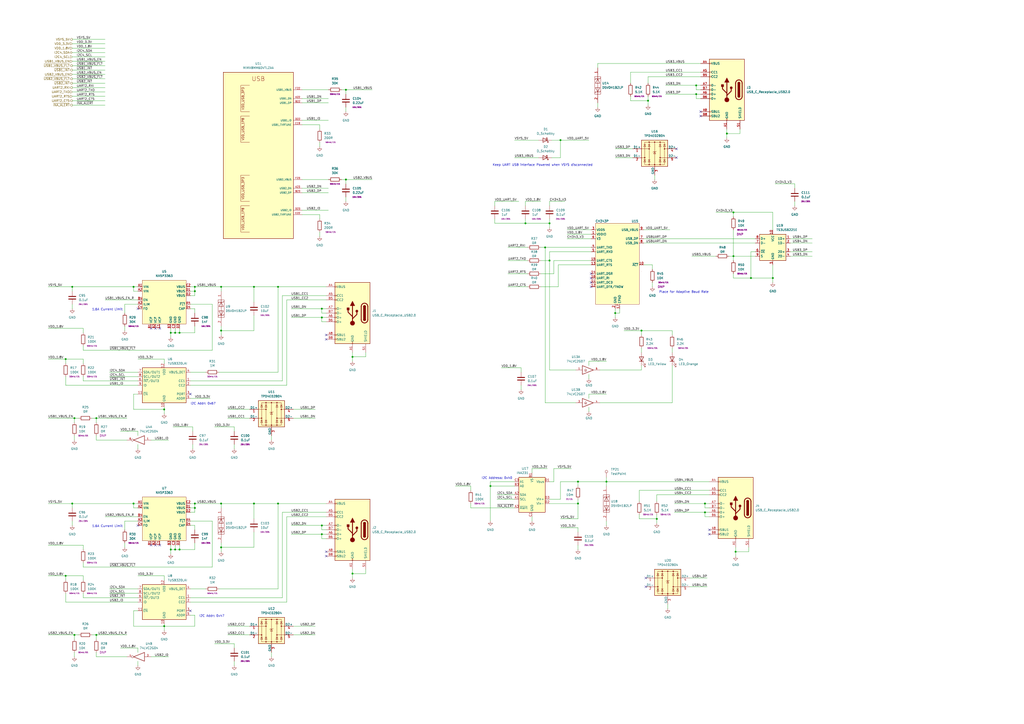
<source format=kicad_sch>
(kicad_sch (version 20211123) (generator eeschema)
  (paper "A2")
  (title_block (title "QSBC") (rev "1") (company "Q-LAB"))
  (junction (at 204.47 332.74))
  (junction (at 335.28 292.1))
  (junction (at 284.48 281.94))
  (junction (at 128.27 166.37))
  (junction (at 186.69 179.07))
  (junction (at 408.94 292.1))
  (junction (at 55.88 242.57))
  (junction (at 77.47 292.1))
  (junction (at 95.25 363.22))
  (junction (at 147.32 292.1))
  (junction (at 325.12 81.28))
  (junction (at 351.79 279.4))
  (junction (at 99.06 193.04))
  (junction (at 421.64 77.47))
  (junction (at 43.18 242.57))
  (junction (at 186.69 309.88))
  (junction (at 38.1 334.01))
  (junction (at 204.47 207.01))
  (junction (at 335.28 279.4))
  (junction (at 101.6 318.77))
  (junction (at 425.45 123.19))
  (junction (at 200.66 104.14))
  (junction (at 104.14 318.77))
  (junction (at 128.27 292.1))
  (junction (at 55.88 368.3))
  (junction (at 128.27 191.77))
  (junction (at 95.25 237.49))
  (junction (at 186.69 184.15))
  (junction (at 104.14 193.04))
  (junction (at 426.72 320.04))
  (junction (at 318.77 129.54))
  (junction (at 41.91 292.1))
  (junction (at 403.86 54.61))
  (junction (at 375.92 58.42))
  (junction (at 381 300.99))
  (junction (at 101.6 193.04))
  (junction (at 38.1 208.28))
  (junction (at 99.06 318.77))
  (junction (at 403.86 49.53))
  (junction (at 304.8 129.54))
  (junction (at 113.03 166.37))
  (junction (at 147.32 166.37))
  (junction (at 435.61 161.29))
  (junction (at 425.45 148.59))
  (junction (at 186.69 304.8))
  (junction (at 43.18 368.3))
  (junction (at 372.11 191.77))
  (junction (at 113.03 168.91))
  (junction (at 408.94 297.18))
  (junction (at 41.91 166.37))
  (junction (at 161.29 292.1))
  (junction (at 128.27 317.5))
  (junction (at 448.31 161.29))
  (junction (at 318.77 151.13))
  (junction (at 200.66 52.07))
  (junction (at 77.47 166.37))
  (junction (at 113.03 292.1))
  (junction (at 356.87 181.61))
  (junction (at 316.23 143.51))
  (junction (at 113.03 294.64))
  (junction (at 161.29 166.37))
  (no_connect (at 406.4 64.77))
  (no_connect (at 406.4 67.31))
  (no_connect (at 80.01 179.07))
  (no_connect (at 189.23 194.31))
  (no_connect (at 411.48 309.88))
  (no_connect (at 90.17 316.23))
  (no_connect (at 87.63 316.23))
  (no_connect (at 92.71 316.23))
  (no_connect (at 80.01 304.8))
  (no_connect (at 87.63 190.5))
  (no_connect (at 189.23 196.85))
  (no_connect (at 90.17 190.5))
  (no_connect (at 342.9 163.83))
  (no_connect (at 342.9 158.75))
  (no_connect (at 342.9 161.29))
  (no_connect (at 392.43 91.44))
  (no_connect (at 392.43 86.36))
  (no_connect (at 374.65 340.36))
  (no_connect (at 189.23 320.04))
  (no_connect (at 189.23 322.58))
  (no_connect (at 374.65 335.28))
  (no_connect (at 411.48 307.34))
  (no_connect (at 92.71 190.5))
  (no_connect (at 110.49 228.6))
  (no_connect (at 342.9 166.37))
  (no_connect (at 110.49 354.33))
  (wire (pts (xy 318.77 292.1) (xy 335.28 292.1)))
  (wire (pts (xy 341.63 209.55) (xy 341.63 212.09)))
  (wire (pts (xy 294.64 166.37) (xy 306.07 166.37)))
  (wire (pts (xy 41.91 35.56) (xy 60.96 35.56)))
  (wire (pts (xy 198.12 52.07) (xy 200.66 52.07)))
  (wire (pts (xy 370.84 290.83) (xy 370.84 284.48)))
  (wire (pts (xy 426.72 320.04) (xy 434.34 320.04)))
  (wire (pts (xy 367.03 91.44) (xy 356.87 91.44)))
  (wire (pts (xy 99.06 318.77) (xy 99.06 321.31)))
  (wire (pts (xy 128.27 166.37) (xy 128.27 168.91)))
  (wire (pts (xy 204.47 207.01) (xy 212.09 207.01)))
  (wire (pts (xy 186.69 304.8) (xy 186.69 307.34)))
  (wire (pts (xy 170.18 242.57) (xy 182.88 242.57)))
  (wire (pts (xy 318.77 151.13) (xy 313.69 151.13)))
  (wire (pts (xy 43.18 368.3) (xy 43.18 370.84)))
  (wire (pts (xy 41.91 55.88) (xy 60.96 55.88)))
  (wire (pts (xy 313.69 158.75) (xy 321.31 158.75)))
  (wire (pts (xy 157.48 378.46) (xy 157.48 381)))
  (wire (pts (xy 341.63 217.17) (xy 341.63 219.71)))
  (wire (pts (xy 198.12 104.14) (xy 200.66 104.14)))
  (wire (pts (xy 175.26 69.85) (xy 190.5 69.85)))
  (wire (pts (xy 41.91 33.02) (xy 60.96 33.02)))
  (wire (pts (xy 110.49 215.9) (xy 119.38 215.9)))
  (wire (pts (xy 189.23 181.61) (xy 186.69 181.61)))
  (wire (pts (xy 321.31 279.4) (xy 318.77 279.4)))
  (wire (pts (xy 389.89 233.68) (xy 389.89 212.09)))
  (wire (pts (xy 401.32 148.59) (xy 415.29 148.59)))
  (wire (pts (xy 328.93 133.35) (xy 342.9 133.35)))
  (wire (pts (xy 41.91 60.96) (xy 60.96 60.96)))
  (wire (pts (xy 63.5 218.44) (xy 80.01 218.44)))
  (wire (pts (xy 27.94 208.28) (xy 38.1 208.28)))
  (wire (pts (xy 341.63 236.22) (xy 341.63 238.76)))
  (wire (pts (xy 95.25 363.22) (xy 113.03 363.22)))
  (wire (pts (xy 325.12 81.28) (xy 325.12 91.44)))
  (wire (pts (xy 80.01 257.81) (xy 80.01 260.35)))
  (wire (pts (xy 341.63 228.6) (xy 341.63 231.14)))
  (wire (pts (xy 204.47 332.74) (xy 204.47 335.28)))
  (wire (pts (xy 27.94 334.01) (xy 38.1 334.01)))
  (wire (pts (xy 425.45 158.75) (xy 425.45 161.29)))
  (wire (pts (xy 264.16 281.94) (xy 273.05 281.94)))
  (wire (pts (xy 415.29 123.19) (xy 425.45 123.19)))
  (wire (pts (xy 200.66 104.14) (xy 215.9 104.14)))
  (wire (pts (xy 186.69 179.07) (xy 189.23 179.07)))
  (wire (pts (xy 69.85 375.92) (xy 80.01 375.92)))
  (wire (pts (xy 132.08 368.3) (xy 144.78 368.3)))
  (wire (pts (xy 63.5 344.17) (xy 80.01 344.17)))
  (wire (pts (xy 365.76 58.42) (xy 375.92 58.42)))
  (wire (pts (xy 373.38 133.35) (xy 388.62 133.35)))
  (wire (pts (xy 60.96 299.72) (xy 80.01 299.72)))
  (wire (pts (xy 335.28 306.07) (xy 335.28 308.61)))
  (wire (pts (xy 41.91 176.53) (xy 41.91 179.07)))
  (wire (pts (xy 318.77 214.63) (xy 318.77 151.13)))
  (wire (pts (xy 389.89 201.93) (xy 389.89 204.47)))
  (wire (pts (xy 111.76 247.65) (xy 111.76 250.19)))
  (wire (pts (xy 370.84 300.99) (xy 381 300.99)))
  (wire (pts (xy 43.18 378.46) (xy 43.18 381)))
  (wire (pts (xy 320.04 81.28) (xy 325.12 81.28)))
  (wire (pts (xy 189.23 309.88) (xy 186.69 309.88)))
  (wire (pts (xy 361.95 191.77) (xy 372.11 191.77)))
  (wire (pts (xy 298.45 91.44) (xy 312.42 91.44)))
  (wire (pts (xy 304.8 127) (xy 304.8 129.54)))
  (wire (pts (xy 101.6 193.04) (xy 104.14 193.04)))
  (wire (pts (xy 351.79 302.26) (xy 351.79 304.8)))
  (wire (pts (xy 38.1 223.52) (xy 80.01 223.52)))
  (wire (pts (xy 189.23 312.42) (xy 186.69 312.42)))
  (wire (pts (xy 318.77 127) (xy 318.77 129.54)))
  (wire (pts (xy 63.5 341.63) (xy 80.01 341.63)))
  (wire (pts (xy 147.32 317.5) (xy 128.27 317.5)))
  (wire (pts (xy 381 298.45) (xy 381 300.99)))
  (wire (pts (xy 422.91 148.59) (xy 425.45 148.59)))
  (wire (pts (xy 321.31 271.78) (xy 321.31 279.4)))
  (wire (pts (xy 458.47 140.97) (xy 471.17 140.97)))
  (wire (pts (xy 351.79 276.86) (xy 351.79 279.4)))
  (wire (pts (xy 166.37 173.99) (xy 166.37 223.52)))
  (wire (pts (xy 132.08 363.22) (xy 144.78 363.22)))
  (wire (pts (xy 175.26 72.39) (xy 185.42 72.39)))
  (wire (pts (xy 41.91 48.26) (xy 60.96 48.26)))
  (wire (pts (xy 175.26 59.69) (xy 190.5 59.69)))
  (wire (pts (xy 189.23 184.15) (xy 186.69 184.15)))
  (wire (pts (xy 408.94 292.1) (xy 411.48 292.1)))
  (wire (pts (xy 55.88 255.27) (xy 73.66 255.27)))
  (wire (pts (xy 124.46 247.65) (xy 135.89 247.65)))
  (wire (pts (xy 421.64 77.47) (xy 429.26 77.47)))
  (wire (pts (xy 387.35 350.52) (xy 387.35 353.06)))
  (wire (pts (xy 80.01 334.01) (xy 95.25 334.01)))
  (wire (pts (xy 147.32 292.1) (xy 161.29 292.1)))
  (wire (pts (xy 147.32 292.1) (xy 147.32 300.99)))
  (wire (pts (xy 100.33 247.65) (xy 111.76 247.65)))
  (wire (pts (xy 55.88 368.3) (xy 53.34 368.3)))
  (wire (pts (xy 43.18 252.73) (xy 43.18 255.27)))
  (wire (pts (xy 200.66 104.14) (xy 200.66 106.68)))
  (wire (pts (xy 328.93 138.43) (xy 342.9 138.43)))
  (wire (pts (xy 294.64 158.75) (xy 306.07 158.75)))
  (wire (pts (xy 87.63 255.27) (xy 97.79 255.27)))
  (wire (pts (xy 77.47 292.1) (xy 80.01 292.1)))
  (wire (pts (xy 113.03 166.37) (xy 128.27 166.37)))
  (wire (pts (xy 313.69 143.51) (xy 316.23 143.51)))
  (wire (pts (xy 458.47 138.43) (xy 471.17 138.43)))
  (wire (pts (xy 110.49 302.26) (xy 123.19 302.26)))
  (wire (pts (xy 110.49 349.25) (xy 166.37 349.25)))
  (wire (pts (xy 41.91 27.94) (xy 60.96 27.94)))
  (wire (pts (xy 325.12 289.56) (xy 325.12 279.4)))
  (wire (pts (xy 113.03 297.18) (xy 113.03 294.64)))
  (wire (pts (xy 186.69 184.15) (xy 186.69 186.69)))
  (wire (pts (xy 95.25 208.28) (xy 95.25 210.82)))
  (wire (pts (xy 38.1 334.01) (xy 38.1 336.55)))
  (wire (pts (xy 41.91 22.86) (xy 60.96 22.86)))
  (wire (pts (xy 389.89 191.77) (xy 389.89 194.31)))
  (wire (pts (xy 166.37 299.72) (xy 166.37 349.25)))
  (wire (pts (xy 316.23 143.51) (xy 316.23 233.68)))
  (wire (pts (xy 400.05 335.28) (xy 410.21 335.28)))
  (wire (pts (xy 406.4 52.07) (xy 403.86 52.07)))
  (wire (pts (xy 161.29 166.37) (xy 161.29 215.9)))
  (wire (pts (xy 55.88 378.46) (xy 55.88 381)))
  (wire (pts (xy 77.47 292.1) (xy 77.47 294.64)))
  (wire (pts (xy 147.32 166.37) (xy 161.29 166.37)))
  (wire (pts (xy 95.25 236.22) (xy 95.25 237.49)))
  (wire (pts (xy 458.47 146.05) (xy 471.17 146.05)))
  (wire (pts (xy 287.02 116.84) (xy 300.99 116.84)))
  (wire (pts (xy 55.88 252.73) (xy 55.88 255.27)))
  (wire (pts (xy 38.1 208.28) (xy 38.1 210.82)))
  (wire (pts (xy 287.02 116.84) (xy 287.02 119.38)))
  (wire (pts (xy 316.23 143.51) (xy 342.9 143.51)))
  (wire (pts (xy 378.46 156.21) (xy 378.46 153.67)))
  (wire (pts (xy 189.23 297.18) (xy 163.83 297.18)))
  (wire (pts (xy 41.91 53.34) (xy 60.96 53.34)))
  (wire (pts (xy 308.61 271.78) (xy 308.61 274.32)))
  (wire (pts (xy 95.25 237.49) (xy 95.25 240.03)))
  (wire (pts (xy 204.47 332.74) (xy 212.09 332.74)))
  (wire (pts (xy 304.8 129.54) (xy 318.77 129.54)))
  (wire (pts (xy 72.39 176.53) (xy 80.01 176.53)))
  (wire (pts (xy 60.96 173.99) (xy 80.01 173.99)))
  (wire (pts (xy 298.45 279.4) (xy 284.48 279.4)))
  (wire (pts (xy 77.47 354.33) (xy 80.01 354.33)))
  (wire (pts (xy 41.91 166.37) (xy 77.47 166.37)))
  (wire (pts (xy 77.47 228.6) (xy 80.01 228.6)))
  (wire (pts (xy 365.76 48.26) (xy 365.76 41.91)))
  (wire (pts (xy 351.79 228.6) (xy 341.63 228.6)))
  (wire (pts (xy 356.87 179.07) (xy 356.87 181.61)))
  (wire (pts (xy 48.26 220.98) (xy 80.01 220.98)))
  (wire (pts (xy 318.77 146.05) (xy 318.77 151.13)))
  (wire (pts (xy 448.31 133.35) (xy 448.31 123.19)))
  (wire (pts (xy 175.26 111.76) (xy 190.5 111.76)))
  (wire (pts (xy 308.61 299.72) (xy 308.61 302.26)))
  (wire (pts (xy 321.31 158.75) (xy 321.31 151.13)))
  (wire (pts (xy 403.86 49.53) (xy 406.4 49.53)))
  (wire (pts (xy 200.66 52.07) (xy 215.9 52.07)))
  (wire (pts (xy 381 290.83) (xy 381 287.02)))
  (wire (pts (xy 27.94 190.5) (xy 48.26 190.5)))
  (wire (pts (xy 135.89 247.65) (xy 135.89 250.19)))
  (wire (pts (xy 391.16 292.1) (xy 408.94 292.1)))
  (wire (pts (xy 351.79 209.55) (xy 341.63 209.55)))
  (wire (pts (xy 331.47 271.78) (xy 321.31 271.78)))
  (wire (pts (xy 95.25 363.22) (xy 95.25 365.76)))
  (wire (pts (xy 386.08 54.61) (xy 403.86 54.61)))
  (wire (pts (xy 41.91 38.1) (xy 60.96 38.1)))
  (wire (pts (xy 426.72 320.04) (xy 426.72 322.58)))
  (wire (pts (xy 41.91 45.72) (xy 60.96 45.72)))
  (wire (pts (xy 161.29 292.1) (xy 161.29 341.63)))
  (wire (pts (xy 425.45 133.35) (xy 425.45 148.59)))
  (wire (pts (xy 41.91 58.42) (xy 60.96 58.42)))
  (wire (pts (xy 284.48 279.4) (xy 284.48 281.94)))
  (wire (pts (xy 48.26 346.71) (xy 80.01 346.71)))
  (wire (pts (xy 356.87 181.61) (xy 356.87 184.15)))
  (wire (pts (xy 313.69 116.84) (xy 304.8 116.84)))
  (wire (pts (xy 113.03 193.04) (xy 104.14 193.04)))
  (wire (pts (xy 273.05 281.94) (xy 273.05 284.48)))
  (wire (pts (xy 77.47 363.22) (xy 77.47 354.33)))
  (wire (pts (xy 99.06 190.5) (xy 99.06 193.04)))
  (wire (pts (xy 80.01 168.91) (xy 77.47 168.91)))
  (wire (pts (xy 375.92 55.88) (xy 375.92 58.42)))
  (wire (pts (xy 168.91 184.15) (xy 186.69 184.15)))
  (wire (pts (xy 406.4 54.61) (xy 403.86 54.61)))
  (wire (pts (xy 327.66 116.84) (xy 318.77 116.84)))
  (wire (pts (xy 325.12 300.99) (xy 335.28 300.99)))
  (wire (pts (xy 323.85 153.67) (xy 323.85 166.37)))
  (wire (pts (xy 55.88 381) (xy 73.66 381)))
  (wire (pts (xy 27.94 292.1) (xy 41.91 292.1)))
  (wire (pts (xy 273.05 292.1) (xy 273.05 294.64)))
  (wire (pts (xy 356.87 181.61) (xy 359.41 181.61)))
  (wire (pts (xy 334.01 214.63) (xy 318.77 214.63)))
  (wire (pts (xy 175.26 57.15) (xy 190.5 57.15)))
  (wire (pts (xy 27.94 242.57) (xy 43.18 242.57)))
  (wire (pts (xy 335.28 279.4) (xy 335.28 281.94)))
  (wire (pts (xy 335.28 292.1) (xy 335.28 300.99)))
  (wire (pts (xy 127 341.63) (xy 161.29 341.63)))
  (wire (pts (xy 185.42 127) (xy 185.42 124.46)))
  (wire (pts (xy 72.39 314.96) (xy 72.39 317.5)))
  (wire (pts (xy 335.28 279.4) (xy 351.79 279.4)))
  (wire (pts (xy 175.26 52.07) (xy 190.5 52.07)))
  (wire (pts (xy 426.72 317.5) (xy 426.72 320.04)))
  (wire (pts (xy 110.49 168.91) (xy 113.03 168.91)))
  (wire (pts (xy 48.26 328.93) (xy 48.26 326.39)))
  (wire (pts (xy 113.03 292.1) (xy 128.27 292.1)))
  (wire (pts (xy 48.26 190.5) (xy 48.26 193.04)))
  (wire (pts (xy 104.14 193.04) (xy 104.14 190.5)))
  (wire (pts (xy 161.29 166.37) (xy 189.23 166.37)))
  (wire (pts (xy 110.49 166.37) (xy 113.03 166.37)))
  (wire (pts (xy 110.49 179.07) (xy 113.03 179.07)))
  (wire (pts (xy 185.42 134.62) (xy 185.42 137.16)))
  (wire (pts (xy 288.29 287.02) (xy 298.45 287.02)))
  (wire (pts (xy 373.38 140.97) (xy 438.15 140.97)))
  (wire (pts (xy 38.1 218.44) (xy 38.1 223.52)))
  (wire (pts (xy 325.12 81.28) (xy 341.63 81.28)))
  (wire (pts (xy 438.15 146.05) (xy 435.61 146.05)))
  (wire (pts (xy 318.77 129.54) (xy 318.77 132.08)))
  (wire (pts (xy 48.26 208.28) (xy 48.26 210.82)))
  (wire (pts (xy 391.16 297.18) (xy 408.94 297.18)))
  (wire (pts (xy 128.27 191.77) (xy 128.27 194.31)))
  (wire (pts (xy 128.27 292.1) (xy 147.32 292.1)))
  (wire (pts (xy 294.64 143.51) (xy 306.07 143.51)))
  (wire (pts (xy 80.01 294.64) (xy 77.47 294.64)))
  (wire (pts (xy 425.45 123.19) (xy 448.31 123.19)))
  (wire (pts (xy 421.64 77.47) (xy 421.64 80.01)))
  (wire (pts (xy 147.32 191.77) (xy 128.27 191.77)))
  (wire (pts (xy 38.1 208.28) (xy 48.26 208.28)))
  (wire (pts (xy 55.88 242.57) (xy 53.34 242.57)))
  (wire (pts (xy 351.79 279.4) (xy 411.48 279.4)))
  (wire (pts (xy 135.89 373.38) (xy 135.89 375.92)))
  (wire (pts (xy 386.08 49.53) (xy 403.86 49.53)))
  (wire (pts (xy 200.66 114.3) (xy 200.66 116.84)))
  (wire (pts (xy 212.09 330.2) (xy 212.09 332.74)))
  (wire (pts (xy 113.03 314.96) (xy 113.03 318.77)))
  (wire (pts (xy 161.29 292.1) (xy 189.23 292.1)))
  (wire (pts (xy 449.58 106.68) (xy 461.01 106.68)))
  (wire (pts (xy 127 215.9) (xy 161.29 215.9)))
  (wire (pts (xy 425.45 148.59) (xy 425.45 151.13)))
  (wire (pts (xy 204.47 207.01) (xy 204.47 209.55)))
  (wire (pts (xy 128.27 292.1) (xy 128.27 294.64)))
  (wire (pts (xy 273.05 294.64) (xy 298.45 294.64)))
  (wire (pts (xy 41.91 292.1) (xy 41.91 294.64)))
  (wire (pts (xy 168.91 179.07) (xy 186.69 179.07)))
  (wire (pts (xy 132.08 237.49) (xy 144.78 237.49)))
  (wire (pts (xy 189.23 299.72) (xy 166.37 299.72)))
  (wire (pts (xy 461.01 106.68) (xy 461.01 109.22)))
  (wire (pts (xy 170.18 363.22) (xy 182.88 363.22)))
  (wire (pts (xy 204.47 204.47) (xy 204.47 207.01)))
  (wire (pts (xy 294.64 151.13) (xy 306.07 151.13)))
  (wire (pts (xy 185.42 82.55) (xy 185.42 85.09)))
  (wire (pts (xy 55.88 370.84) (xy 55.88 368.3)))
  (wire (pts (xy 77.47 166.37) (xy 80.01 166.37)))
  (wire (pts (xy 48.26 316.23) (xy 48.26 318.77)))
  (wire (pts (xy 458.47 148.59) (xy 471.17 148.59)))
  (wire (pts (xy 365.76 55.88) (xy 365.76 58.42)))
  (wire (pts (xy 189.23 171.45) (xy 163.83 171.45)))
  (wire (pts (xy 290.83 213.36) (xy 302.26 213.36)))
  (wire (pts (xy 212.09 204.47) (xy 212.09 207.01)))
  (wire (pts (xy 69.85 250.19) (xy 80.01 250.19)))
  (wire (pts (xy 372.11 191.77) (xy 389.89 191.77)))
  (wire (pts (xy 372.11 191.77) (xy 372.11 194.31)))
  (wire (pts (xy 186.69 304.8) (xy 189.23 304.8)))
  (wire (pts (xy 124.46 373.38) (xy 135.89 373.38)))
  (wire (pts (xy 408.94 292.1) (xy 408.94 294.64)))
  (wire (pts (xy 128.27 189.23) (xy 128.27 191.77)))
  (wire (pts (xy 320.04 91.44) (xy 325.12 91.44)))
  (wire (pts (xy 448.31 153.67) (xy 448.31 161.29)))
  (wire (pts (xy 342.9 146.05) (xy 318.77 146.05)))
  (wire (pts (xy 375.92 48.26) (xy 375.92 44.45)))
  (wire (pts (xy 110.49 346.71) (xy 163.83 346.71)))
  (wire (pts (xy 113.03 356.87) (xy 110.49 356.87)))
  (wire (pts (xy 378.46 153.67) (xy 373.38 153.67)))
  (wire (pts (xy 111.76 257.81) (xy 111.76 260.35)))
  (wire (pts (xy 128.27 317.5) (xy 128.27 320.04)))
  (wire (pts (xy 41.91 166.37) (xy 41.91 168.91)))
  (wire (pts (xy 41.91 302.26) (xy 41.91 304.8)))
  (wire (pts (xy 99.06 316.23) (xy 99.06 318.77)))
  (wire (pts (xy 317.5 271.78) (xy 308.61 271.78)))
  (wire (pts (xy 99.06 193.04) (xy 99.06 195.58)))
  (wire (pts (xy 321.31 151.13) (xy 342.9 151.13)))
  (wire (pts (xy 38.1 334.01) (xy 48.26 334.01)))
  (wire (pts (xy 284.48 281.94) (xy 298.45 281.94)))
  (wire (pts (xy 48.26 344.17) (xy 48.26 346.71)))
  (wire (pts (xy 110.49 220.98) (xy 163.83 220.98)))
  (wire (pts (xy 80.01 383.54) (xy 80.01 386.08)))
  (wire (pts (xy 351.79 279.4) (xy 351.79 281.94)))
  (wire (pts (xy 434.34 317.5) (xy 434.34 320.04)))
  (wire (pts (xy 101.6 190.5) (xy 101.6 193.04)))
  (wire (pts (xy 335.28 316.23) (xy 335.28 318.77)))
  (wire (pts (xy 55.88 368.3) (xy 73.66 368.3)))
  (wire (pts (xy 38.1 349.25) (xy 80.01 349.25)))
  (wire (pts (xy 328.93 135.89) (xy 342.9 135.89)))
  (wire (pts (xy 72.39 181.61) (xy 72.39 176.53)))
  (wire (pts (xy 381 300.99) (xy 381 303.53)))
  (wire (pts (xy 113.03 318.77) (xy 104.14 318.77)))
  (wire (pts (xy 128.27 166.37) (xy 147.32 166.37)))
  (wire (pts (xy 27.94 368.3) (xy 43.18 368.3)))
  (wire (pts (xy 113.03 189.23) (xy 113.03 193.04)))
  (wire (pts (xy 411.48 297.18) (xy 408.94 297.18)))
  (wire (pts (xy 425.45 123.19) (xy 425.45 125.73)))
  (wire (pts (xy 448.31 161.29) (xy 448.31 163.83)))
  (wire (pts (xy 365.76 41.91) (xy 406.4 41.91)))
  (wire (pts (xy 378.46 163.83) (xy 378.46 166.37)))
  (wire (pts (xy 110.49 176.53) (xy 123.19 176.53)))
  (wire (pts (xy 186.69 309.88) (xy 186.69 312.42)))
  (wire (pts (xy 189.23 173.99) (xy 166.37 173.99)))
  (wire (pts (xy 372.11 214.63) (xy 372.11 212.09)))
  (wire (pts (xy 406.4 57.15) (xy 403.86 57.15)))
  (wire (pts (xy 113.03 171.45) (xy 113.03 168.91)))
  (wire (pts (xy 41.91 292.1) (xy 77.47 292.1)))
  (wire (pts (xy 113.03 179.07) (xy 113.03 181.61)))
  (wire (pts (xy 48.26 328.93) (xy 123.19 328.93)))
  (wire (pts (xy 200.66 62.23) (xy 200.66 64.77)))
  (wire (pts (xy 113.03 292.1) (xy 113.03 294.64)))
  (wire (pts (xy 435.61 146.05) (xy 435.61 161.29)))
  (wire (pts (xy 43.18 368.3) (xy 45.72 368.3)))
  (wire (pts (xy 175.26 104.14) (xy 190.5 104.14)))
  (wire (pts (xy 99.06 318.77) (xy 101.6 318.77)))
  (wire (pts (xy 375.92 58.42) (xy 375.92 60.96)))
  (wire (pts (xy 123.19 302.26) (xy 123.19 328.93)))
  (wire (pts (xy 287.02 129.54) (xy 304.8 129.54)))
  (wire (pts (xy 27.94 316.23) (xy 48.26 316.23)))
  (wire (pts (xy 325.12 306.07) (xy 335.28 306.07)))
  (wire (pts (xy 200.66 52.07) (xy 200.66 54.61)))
  (wire (pts (xy 80.01 375.92) (xy 80.01 378.46)))
  (wire (pts (xy 175.26 109.22) (xy 190.5 109.22)))
  (wire (pts (xy 185.42 74.93) (xy 185.42 72.39)))
  (wire (pts (xy 41.91 50.8) (xy 60.96 50.8)))
  (wire (pts (xy 113.03 363.22) (xy 113.03 356.87)))
  (wire (pts (xy 55.88 242.57) (xy 73.66 242.57)))
  (wire (pts (xy 110.49 171.45) (xy 113.03 171.45)))
  (wire (pts (xy 41.91 25.4) (xy 60.96 25.4)))
  (wire (pts (xy 411.48 294.64) (xy 408.94 294.64)))
  (wire (pts (xy 175.26 121.92) (xy 190.5 121.92)))
  (wire (pts (xy 110.49 304.8) (xy 113.03 304.8)))
  (wire (pts (xy 43.18 242.57) (xy 43.18 245.11)))
  (wire (pts (xy 101.6 316.23) (xy 101.6 318.77)))
  (wire (pts (xy 170.18 237.49) (xy 182.88 237.49)))
  (wire (pts (xy 48.26 218.44) (xy 48.26 220.98)))
  (wire (pts (xy 135.89 383.54) (xy 135.89 386.08)))
  (wire (pts (xy 346.71 36.83) (xy 346.71 39.37)))
  (wire (pts (xy 95.25 361.95) (xy 95.25 363.22)))
  (wire (pts (xy 375.92 44.45) (xy 406.4 44.45)))
  (wire (pts (xy 168.91 304.8) (xy 186.69 304.8)))
  (wire (pts (xy 43.18 242.57) (xy 45.72 242.57)))
  (wire (pts (xy 123.19 176.53) (xy 123.19 203.2)))
  (wire (pts (xy 147.32 182.88) (xy 147.32 191.77)))
  (wire (pts (xy 411.48 299.72) (xy 408.94 299.72)))
  (wire (pts (xy 186.69 179.07) (xy 186.69 181.61)))
  (wire (pts (xy 72.39 307.34) (xy 72.39 302.26)))
  (wire (pts (xy 147.32 308.61) (xy 147.32 317.5)))
  (wire (pts (xy 359.41 179.07) (xy 359.41 181.61)))
  (wire (pts (xy 175.26 124.46) (xy 185.42 124.46)))
  (wire (pts (xy 373.38 138.43) (xy 438.15 138.43)))
  (wire (pts (xy 318.77 289.56) (xy 325.12 289.56)))
  (wire (pts (xy 287.02 127) (xy 287.02 129.54)))
  (wire (pts (xy 342.9 153.67) (xy 323.85 153.67)))
  (wire (pts (xy 323.85 166.37) (xy 313.69 166.37)))
  (wire (pts (xy 110.49 223.52) (xy 166.37 223.52)))
  (wire (pts (xy 302.26 213.36) (xy 302.26 215.9)))
  (wire (pts (xy 132.08 242.57) (xy 144.78 242.57)))
  (wire (pts (xy 170.18 368.3) (xy 182.88 368.3)))
  (wire (pts (xy 461.01 116.84) (xy 461.01 119.38)))
  (wire (pts (xy 63.5 215.9) (xy 80.01 215.9)))
  (wire (pts (xy 48.26 203.2) (xy 123.19 203.2)))
  (wire (pts (xy 135.89 257.81) (xy 135.89 260.35)))
  (wire (pts (xy 27.94 166.37) (xy 41.91 166.37)))
  (wire (pts (xy 284.48 302.26) (xy 284.48 281.94)))
  (wire (pts (xy 101.6 318.77) (xy 104.14 318.77)))
  (wire (pts (xy 110.49 231.14) (xy 121.92 231.14)))
  (wire (pts (xy 72.39 189.23) (xy 72.39 191.77)))
  (wire (pts (xy 80.01 250.19) (xy 80.01 252.73)))
  (wire (pts (xy 41.91 30.48) (xy 60.96 30.48)))
  (wire (pts (xy 168.91 309.88) (xy 186.69 309.88)))
  (wire (pts (xy 403.86 49.53) (xy 403.86 52.07)))
  (wire (pts (xy 41.91 43.18) (xy 60.96 43.18)))
  (wire (pts (xy 325.12 279.4) (xy 335.28 279.4)))
  (wire (pts (xy 429.26 74.93) (xy 429.26 77.47)))
  (wire (pts (xy 77.47 237.49) (xy 77.47 228.6)))
  (wire (pts (xy 316.23 233.68) (xy 334.01 233.68)))
  (wire (pts (xy 318.77 116.84) (xy 318.77 119.38)))
  (wire (pts (xy 55.88 245.11) (xy 55.88 242.57)))
  (wire (pts (xy 95.25 237.49) (xy 77.47 237.49)))
  (wire (pts (xy 346.71 59.69) (xy 346.71 62.23)))
  (wire (pts (xy 335.28 289.56) (xy 335.28 292.1)))
  (wire (pts (xy 110.49 294.64) (xy 113.03 294.64)))
  (wire (pts (xy 128.27 314.96) (xy 128.27 317.5)))
  (wire (pts (xy 304.8 116.84) (xy 304.8 119.38)))
  (wire (pts (xy 77.47 166.37) (xy 77.47 168.91)))
  (wire (pts (xy 87.63 381) (xy 97.79 381)))
  (wire (pts (xy 425.45 148.59) (xy 438.15 148.59)))
  (wire (pts (xy 48.26 203.2) (xy 48.26 200.66)))
  (wire (pts (xy 113.03 166.37) (xy 113.03 168.91)))
  (wire (pts (xy 370.84 298.45) (xy 370.84 300.99)))
  (wire (pts (xy 346.71 36.83) (xy 406.4 36.83)))
  (wire (pts (xy 298.45 81.28) (xy 312.42 81.28)))
  (wire (pts (xy 204.47 330.2) (xy 204.47 332.74)))
  (wire (pts (xy 381 287.02) (xy 411.48 287.02)))
  (wire (pts (xy 113.03 304.8) (xy 113.03 307.34)))
  (wire (pts (xy 189.23 186.69) (xy 186.69 186.69)))
  (wire (pts (xy 147.32 166.37) (xy 147.32 175.26)))
  (wire (pts (xy 95.25 334.01) (xy 95.25 336.55)))
  (wire (pts (xy 288.29 289.56) (xy 298.45 289.56)))
  (wire (pts (xy 163.83 297.18) (xy 163.83 346.71)))
  (wire (pts (xy 421.64 74.93) (xy 421.64 77.47)))
  (wire (pts (xy 403.86 54.61) (xy 403.86 57.15)))
  (wire (pts (xy 189.23 307.34) (xy 186.69 307.34)))
  (wire (pts (xy 370.84 284.48) (xy 411.48 284.48)))
  (wire (pts (xy 408.94 297.18) (xy 408.94 299.72)))
  (wire (pts (xy 48.26 334.01) (xy 48.26 336.55)))
  (wire (pts (xy 110.49 292.1) (xy 113.03 292.1)))
  (wire (pts (xy 367.03 86.36) (xy 356.87 86.36)))
  (wire (pts (xy 157.48 252.73) (xy 157.48 255.27)))
  (wire (pts (xy 163.83 171.45) (xy 163.83 220.98)))
  (wire (pts (xy 99.06 193.04) (xy 101.6 193.04)))
  (wire (pts (xy 372.11 201.93) (xy 372.11 204.47)))
  (wire (pts (xy 80.01 208.28) (xy 95.25 208.28)))
  (wire (pts (xy 435.61 161.29) (xy 448.31 161.29)))
  (wire (pts (xy 104.14 318.77) (xy 104.14 316.23)))
  (wire (pts (xy 110.49 297.18) (xy 113.03 297.18)))
  (wire (pts (xy 379.73 101.6) (xy 379.73 104.14)))
  (wire (pts (xy 41.91 40.64) (xy 60.96 40.64)))
  (wire (pts (xy 38.1 344.17) (xy 38.1 349.25)))
  (wire (pts (xy 72.39 302.26) (xy 80.01 302.26)))
  (wire (pts (xy 425.45 161.29) (xy 435.61 161.29)))
  (wire (pts (xy 95.25 363.22) (xy 77.47 363.22)))
  (wire (pts (xy 347.98 214.63) (xy 372.11 214.63)))
  (wire (pts (xy 302.26 223.52) (xy 302.26 226.06)))
  (wire (pts (xy 347.98 233.68) (xy 389.89 233.68)))
  (wire (pts (xy 110.49 341.63) (xy 119.38 341.63)))
  (wire (pts (xy 400.05 340.36) (xy 410.21 340.36)))
  (text "Keep UART USB interface Powered when VSYS disconnected" (at 285.75 96.52 0) (effects (font (size 1.27 1.27)) (justify left bottom)))
  (text "Place for Adaptive Baud Rate\n" (at 382.27 170.18 0) (effects (font (size 1.27 1.27)) (justify left bottom)))
  (text "I2C Addr: 0x67" (at 110.49 234.95 0) (effects (font (size 1.27 1.27)) (justify left bottom)))
  (text "I2C Addr: 0x47" (at 115.57 358.14 0) (effects (font (size 1.27 1.27)) (justify left bottom)))
  (text "1.6A Current Limit" (at 53.34 306.07 0) (effects (font (size 1.27 1.27)) (justify left bottom)))
  (text "1.6A Current Limit" (at 53.34 180.34 0) (effects (font (size 1.27 1.27)) (justify left bottom)))
  (text "I2C Address: 0x40" (at 279.4 278.13 0) (effects (font (size 1.27 1.27)) (justify left bottom)))
  (label "I2C4_SDA" (at 63.5 215.9 0))
  (label "VDD_3.3V" (at 325.12 306.07 0))
  (label "CH343_V3" (at 318.77 116.84 0))
  (label "USB2_ID" (at 97.79 381 180))
  (label "VDD_3.3V" (at 44.45 25.4 0))
  (label "UART2_RXI" (at 44.45 50.8 0))
  (label "UART2_TXO" (at 294.64 151.13 0))
  (label "~{USB2_INT}" (at 44.45 48.26 0))
  (label "USB4_DN" (at 459.74 140.97 0))
  (label "USB1_DN" (at 182.88 242.57 180))
  (label "UART2_CTS" (at 294.64 166.37 0))
  (label "USB1_VBUS" (at 114.3 166.37 0))
  (label "USB3_DP" (at 459.74 146.05 0))
  (label "USB3_VBUS" (at 401.32 148.59 0))
  (label "VSYS_5V" (at 331.47 271.78 180))
  (label "VDD_1.8V" (at 328.93 135.89 0))
  (label "VDD_1.8V" (at 351.79 209.55 180))
  (label "USB4_DP" (at 410.21 335.28 180))
  (label "VSYS_5V" (at 27.94 166.37 0))
  (label "USB1_VBUS_EN" (at 27.94 242.57 0))
  (label "USB2_DP" (at 182.88 363.22 180))
  (label "VDD_3.3V" (at 317.5 271.78 180))
  (label "~{USB2_INT}" (at 63.5 346.71 0))
  (label "USB1_VBUS_EN_R" (at 73.66 242.57 180))
  (label "USBUART_DP" (at 374.65 138.43 0))
  (label "USB2_CC1" (at 132.08 368.3 0))
  (label "USB3_DN" (at 386.08 49.53 0))
  (label "CH343_V3" (at 328.93 138.43 0))
  (label "USB1_CC2" (at 168.91 173.99 0))
  (label "VDD_1.8V" (at 27.94 190.5 0))
  (label "USB2_CC1" (at 168.91 297.18 0))
  (label "USB4_DP" (at 459.74 138.43 0))
  (label "I2C4_SDA" (at 44.45 30.48 0))
  (label "VDD_3.3V" (at 124.46 247.65 0))
  (label "UART2_RTS" (at 294.64 158.75 0))
  (label "USB1_CC2" (at 132.08 237.49 0))
  (label "USB2_DN" (at 168.91 304.8 0))
  (label "~{USB2_VBUS_FLT}" (at 63.5 328.93 0))
  (label "I2C4_SCL" (at 44.45 33.02 0))
  (label "VDD_UART_5V" (at 341.63 81.28 180))
  (label "VDD_UART_5V" (at 374.65 133.35 0))
  (label "USB1_VBUS" (at 215.9 52.07 180))
  (label "VDD_UART_5V" (at 287.02 116.84 0))
  (label "USB3_DP" (at 386.08 54.61 0))
  (label "~{USB1_INT}" (at 44.45 40.64 0))
  (label "VDD_3.3V" (at 80.01 334.01 0))
  (label "USB2_DN" (at 182.88 368.3 180))
  (label "~{USB1_VBUS_FLT}" (at 44.45 38.1 0))
  (label "VDD_1.8V" (at 69.85 250.19 0))
  (label "~{USB1_VBUS_FLT}" (at 63.5 203.2 0))
  (label "USB3_DN" (at 459.74 148.59 0))
  (label "VSYS_5V" (at 27.94 292.1 0))
  (label "USB1_CC1" (at 168.91 171.45 0))
  (label "USB2_DP" (at 177.8 111.76 0))
  (label "I2C4_SCL" (at 63.5 218.44 0))
  (label "VDD_1.8V" (at 44.45 27.94 0))
  (label "USB1_CC1" (at 132.08 242.57 0))
  (label "USB2_VBUS_EN" (at 44.45 43.18 0))
  (label "USB2_ID" (at 177.8 121.92 0))
  (label "USB3_VBUS" (at 298.45 91.44 0))
  (label "USB3_VBUS" (at 386.08 36.83 0))
  (label "USBUART_DN" (at 374.65 140.97 0))
  (label "USB1_ID" (at 177.8 69.85 0))
  (label "I2C4_SCL" (at 63.5 344.17 0))
  (label "USB1_DN" (at 168.91 179.07 0))
  (label "VDD_1.8V" (at 351.79 228.6 180))
  (label "USB1_VBUS_EN_R" (at 60.96 173.99 0))
  (label "VDD_1.8V" (at 264.16 281.94 0))
  (label "USB2_CC2" (at 168.91 299.72 0))
  (label "CH343_V3" (at 449.58 106.68 0))
  (label "VSYS_5V" (at 298.45 81.28 0))
  (label "USB4_CC1" (at 391.16 284.48 0))
  (label "CH343_V3" (at 415.29 123.19 0))
  (label "VDD_1.8V" (at 100.33 247.65 0))
  (label "USB1_ID" (at 97.79 255.27 180))
  (label "USB2_VBUS_EN_R" (at 60.96 299.72 0))
  (label "USB2_VBUS" (at 114.3 292.1 0))
  (label "USB3_CC1" (at 386.08 41.91 0))
  (label "USB4_DN" (at 391.16 292.1 0))
  (label "VDD_3.3V" (at 80.01 208.28 0))
  (label "~{USB2_VBUS_FLT}" (at 44.45 45.72 0))
  (label "USB4_DP" (at 391.16 297.18 0))
  (label "UART2_CTS" (at 44.45 58.42 0))
  (label "VDD_3.3V" (at 361.95 191.77 0))
  (label "~{INA_ALERT}" (at 288.29 294.64 0))
  (label "VSYS_5V" (at 325.12 300.99 0))
  (label "USB2_DP" (at 168.91 309.88 0))
  (label "USB1_DN" (at 177.8 57.15 0))
  (label "USB4_VBUS" (at 391.16 279.4 0))
  (label "USB3_DP" (at 356.87 86.36 0))
  (label "USB3_CC2" (at 386.08 44.45 0))
  (label "~{USB1_INT}" (at 63.5 220.98 0))
  (label "USB2_ID" (at 63.5 349.25 0))
  (label "USB4_DN" (at 410.21 340.36 180))
  (label "VDD_3.3V" (at 121.92 231.14 180))
  (label "USB3_DN" (at 356.87 91.44 0))
  (label "VSYS_5V" (at 44.45 22.86 0))
  (label "USB2_VBUS_EN_R" (at 73.66 368.3 180))
  (label "USB2_VBUS" (at 215.9 104.14 180))
  (label "UART2_TXO" (at 44.45 53.34 0))
  (label "USB1_DP" (at 177.8 59.69 0))
  (label "VDD_1.8V" (at 27.94 334.01 0))
  (label "VDD_1.8V" (at 290.83 213.36 0))
  (label "I2C4_SDA" (at 63.5 341.63 0))
  (label "USB2_VBUS_EN" (at 27.94 368.3 0))
  (label "USB2_DN" (at 177.8 109.22 0))
  (label "VDD_3.3V" (at 124.46 373.38 0))
  (label "USB1_ID" (at 63.5 223.52 0))
  (label "I2C4_SCL" (at 288.29 289.56 0))
  (label "~{INA_ALERT}" (at 44.45 60.96 0))
  (label "USB1_VBUS_EN" (at 44.45 35.56 0))
  (label "VDD_1.8V" (at 27.94 208.28 0))
  (label "UART2_RXI" (at 294.64 143.51 0))
  (label "USB1_DP" (at 168.91 184.15 0))
  (label "USB1_DP" (at 182.88 237.49 180))
  (label "VDD_1.8V" (at 313.69 116.84 180))
  (label "USB2_CC2" (at 132.08 363.22 0))
  (label "VDD_1.8V" (at 27.94 316.23 0))
  (label "USB4_CC2" (at 391.16 287.02 0))
  (label "VDD_1.8V" (at 69.85 375.92 0))
  (label "VDD_UART_5V" (at 328.93 133.35 0))
  (label "UART2_RTS" (at 44.45 55.88 0))
  (label "I2C4_SDA" (at 288.29 287.02 0))
  (hierarchical_label "I2C4_SDA" (shape bidirectional) (at 41.91 30.48 180))
  (hierarchical_label "VDD_1.8V" (shape input) (at 41.91 27.94 180))
  (hierarchical_label "UART2_TXO" (shape input) (at 41.91 53.34 180))
  (hierarchical_label "~{USB1_INT}" (shape output) (at 41.91 40.64 180))
  (hierarchical_label "I2C4_SCL" (shape input) (at 41.91 33.02 180))
  (hierarchical_label "~{USB2_VBUS_FLT}" (shape output) (at 41.91 45.72 180))
  (hierarchical_label "~{INA_ALERT}" (shape output) (at 41.91 60.96 180))
  (hierarchical_label "~{USB2_INT}" (shape output) (at 41.91 48.26 180))
  (hierarchical_label "VDD_3.3V" (shape input) (at 41.91 25.4 180))
  (hierarchical_label "~{USB1_VBUS_FLT}" (shape output) (at 41.91 38.1 180))
  (hierarchical_label "VSYS_5V" (shape output) (at 41.91 22.86 180))
  (hierarchical_label "UART2_CTS" (shape output) (at 41.91 58.42 180))
  (hierarchical_label "UART2_RXI" (shape output) (at 41.91 50.8 180))
  (hierarchical_label "USB1_VBUS_EN" (shape input) (at 41.91 35.56 180))
  (hierarchical_label "USB2_VBUS_EN" (shape input) (at 41.91 43.18 180))
  (hierarchical_label "UART2_RTS" (shape input) (at 41.91 55.88 180))
  (symbol (lib_id "Device:R") (at 48.26 340.36 0) (unit 1)
    (property "Reference" "R24" (at 50.8 339.0899 0) (effects (justify left)))
    (property "Value" "100K" (at 50.8 341.6299 0) (effects (justify left)))
    (property "Footprint" "qsbc:R_0402_1005Metric" (effects hide))
    (property "Rating" "50mW/1%" (at 53.34 344.17 0) (effects (font (size 0.762 0.762))))
  )
  (symbol (lib_id "qsbc:TPD4E02B04") (at 387.35 337.82 0) (unit 1)
    (property "Reference" "U20" (at 387.35 325.12 0))
    (property "Value" "TPD4E02B04" (at 387.35 327.66 0))
    (property "Footprint" "Package_SON:USON-10_2.5x1.0mm_P0.5mm" (effects hide))
    (property "Datasheet" "https://www.ti.com/lit/ds/symlink/tpd4e02b04.pdf" (effects hide))
  )
  (symbol (lib_id "Device:D_Schottky") (at 316.23 91.44 180) (unit 1)
    (property "Reference" "D2" (at 316.5475 85.09 0))
    (property "Value" "D_Schottky" (at 316.5475 87.63 0))
    (property "Footprint" "Diode_SMD:D_SOD-523" (effects hide))
  )
  (symbol (lib_id "Device:R") (at 38.1 340.36 0) (unit 1)
    (property "Reference" "R18" (at 40.64 339.0899 0) (effects (justify left)))
    (property "Value" "100K" (at 40.64 341.6299 0) (effects (justify left)))
    (property "Footprint" "qsbc:R_0402_1005Metric" (effects hide))
    (property "Rating" "50mW/1%" (at 43.18 344.17 0) (effects (font (size 0.762 0.762))))
  )
  (symbol (lib_id "Device:C") (at 302.26 219.71 0) (unit 1)
    (property "Reference" "C107" (at 306.07 218.4399 0) (effects (justify left)))
    (property "Value" "0.1uF" (at 306.07 220.9799 0) (effects (justify left)))
    (property "Footprint" "qsbc:C_0402_1005Metric" (effects hide))
    (property "Rating" "25V/20%" (at 308.61 223.52 0) (effects (font (size 0.762 0.762))))
  )
  (symbol (lib_id "power:GND") (at 135.89 386.08 0) (unit 1)
    (property "Reference" "#PWR069" (effects hide))
    (property "Value" "GND" (at 135.89 391.16 0))
  )
  (symbol (lib_id "Device:C") (at 113.03 185.42 0) (unit 1)
    (property "Reference" "C98" (at 116.84 184.15 0) (effects (justify left)))
    (property "Value" "1nF" (at 116.84 186.69 0) (effects (justify left)))
    (property "Footprint" "qsbc:C_0402_1005Metric" (effects hide))
    (property "Rating" "16V/20%" (at 119.38 189.23 0) (effects (font (size 0.762 0.762))))
  )
  (symbol (lib_id "Connector:USB_C_Receptacle_USB2.0") (at 426.72 294.64 0) (mirror y) (unit 1)
    (property "Reference" "J4" (at 438.15 293.3699 0) (effects (justify right)))
    (property "Value" "USB_C_Receptacle_USB2.0" (at 438.15 295.9099 0) (effects (justify right)))
    (property "Footprint" "qsbc:USB_C_Receptacle_USB4105-GF-A" (effects hide))
    (property "Datasheet" "https://www.usb.org/sites/default/files/documents/usb_type-c.zip" (effects hide))
  )
  (symbol (lib_id "power:GND") (at 185.42 137.16 0) (unit 1)
    (property "Reference" "#PWR073" (effects hide))
    (property "Value" "GND" (at 185.42 142.24 0))
  )
  (symbol (lib_id "power:GND") (at 43.18 255.27 0) (unit 1)
    (property "Reference" "#PWR055" (effects hide))
    (property "Value" "GND" (at 43.18 260.35 0))
  )
  (symbol (lib_id "Interface_USB:TUSB320") (at 95.25 349.25 0) (unit 1)
    (property "Reference" "U8" (at 97.2694 334.01 0) (effects (justify left)))
    (property "Value" "TUSB320LAI" (at 97.2694 336.55 0) (effects (justify left)))
    (property "Footprint" "Package_DFN_QFN:Texas_X2QFN-12_1.6x1.6mm_P0.4mm" (effects hide))
    (property "Datasheet" "http://www.ti.com/lit/ds/symlink/tusb320lai.pdf" (effects hide))
  )
  (symbol (lib_id "qsbc:TPD4E02B04") (at 379.73 88.9 0) (unit 1)
    (property "Reference" "U16" (at 379.73 76.2 0))
    (property "Value" "TPD4E02B04" (at 379.73 78.74 0))
    (property "Footprint" "Package_SON:USON-10_2.5x1.0mm_P0.5mm" (effects hide))
    (property "Datasheet" "https://www.ti.com/lit/ds/symlink/tpd4e02b04.pdf" (effects hide))
  )
  (symbol (lib_id "Device:R") (at 55.88 248.92 180) (unit 1)
    (property "Reference" "R27" (at 58.42 247.6499 0) (effects (justify right)))
    (property "Value" "0R" (at 58.42 250.1899 0) (effects (justify right)))
    (property "Footprint" "qsbc:R_0402_1005Metric" (effects hide))
    (property "DNP" "DNP" (at 59.69 252.73 0))
  )
  (symbol (lib_id "power:GND") (at 426.72 322.58 0) (unit 1)
    (property "Reference" "#PWR096" (effects hide))
    (property "Value" "GND" (at 426.72 327.66 0))
  )
  (symbol (lib_id "Device:C") (at 335.28 312.42 0) (unit 1)
    (property "Reference" "C110" (at 339.09 311.1499 0) (effects (justify left)))
    (property "Value" "0.1uF" (at 339.09 313.6899 0) (effects (justify left)))
    (property "Footprint" "qsbc:C_0402_1005Metric" (effects hide))
    (property "Rating" "25V/20%" (at 341.63 316.23 0) (effects (font (size 0.762 0.762))))
  )
  (symbol (lib_id "Connector:USB_C_Receptacle_USB2.0") (at 204.47 307.34 0) (mirror y) (unit 1)
    (property "Reference" "J2" (at 215.9 306.0699 0) (effects (justify right)))
    (property "Value" "USB_C_Receptacle_USB2.0" (at 215.9 308.6099 0) (effects (justify right)))
    (property "Footprint" "qsbc:USB_C_Receptacle_USB4105-GF-A" (effects hide))
    (property "Datasheet" "https://www.usb.org/sites/default/files/documents/usb_type-c.zip" (effects hide))
  )
  (symbol (lib_id "power:GND") (at 335.28 318.77 0) (unit 1)
    (property "Reference" "#PWR089" (effects hide))
    (property "Value" "GND" (at 335.28 323.85 0))
  )
  (symbol (lib_id "power:GND") (at 284.48 302.26 0) (unit 1)
    (property "Reference" "#PWR084" (effects hide))
    (property "Value" "GND" (at 284.48 307.34 0))
  )
  (symbol (lib_id "Device:R") (at 194.31 104.14 90) (unit 1)
    (property "Reference" "R36" (at 194.31 97.79 90))
    (property "Value" "30K" (at 194.31 100.33 90))
    (property "Footprint" "qsbc:R_0201_0603Metric" (effects hide))
    (property "Rating" "50mW/1%" (at 194.31 106.68 90) (effects (font (size 0.762 0.762))))
  )
  (symbol (lib_id "power:GND") (at 157.48 381 0) (unit 1)
    (property "Reference" "#PWR071" (effects hide))
    (property "Value" "GND" (at 157.48 386.08 0))
  )
  (symbol (lib_id "Device:R") (at 48.26 214.63 0) (unit 1)
    (property "Reference" "R22" (at 50.8 213.3599 0) (effects (justify left)))
    (property "Value" "100K" (at 50.8 215.8999 0) (effects (justify left)))
    (property "Footprint" "qsbc:R_0402_1005Metric" (effects hide))
    (property "Rating" "50mW/1%" (at 53.34 218.44 0) (effects (font (size 0.762 0.762))))
  )
  (symbol (lib_id "Device:R") (at 48.26 196.85 0) (unit 1)
    (property "Reference" "R21" (at 50.8 195.5799 0) (effects (justify left)))
    (property "Value" "100K" (at 50.8 198.1199 0) (effects (justify left)))
    (property "Footprint" "qsbc:R_0402_1005Metric" (effects hide))
    (property "Rating" "50mW/1%" (at 53.34 200.66 0) (effects (font (size 0.762 0.762))))
  )
  (symbol (lib_id "Device:R") (at 309.88 166.37 90) (unit 1)
    (property "Reference" "R40" (at 309.88 161.29 90))
    (property "Value" "0R" (at 309.88 163.83 90))
    (property "Footprint" "qsbc:R_0402_1005Metric" (effects hide))
  )
  (symbol (lib_id "Device:R") (at 38.1 214.63 0) (unit 1)
    (property "Reference" "R17" (at 40.64 213.3599 0) (effects (justify left)))
    (property "Value" "100K" (at 40.64 215.8999 0) (effects (justify left)))
    (property "Footprint" "qsbc:R_0402_1005Metric" (effects hide))
    (property "Rating" "50mW/1%" (at 43.18 218.44 0) (effects (font (size 0.762 0.762))))
  )
  (symbol (lib_id "74xGxx:74LVC2G04") (at 80.01 381 0) (mirror y) (unit 2)
    (property "Reference" "U4" (at 86.36 373.38 0))
    (property "Value" "74LVC2G04" (at 86.36 375.92 0))
    (property "Footprint" "Package_TO_SOT_SMD:SOT-886" (effects hide))
    (property "Datasheet" "http://www.ti.com/lit/sg/scyt129e/scyt129e.pdf" (effects hide))
  )
  (symbol (lib_id "qsbc:D5V0H1B2LP") (at 129.54 304.8 270) (unit 1)
    (property "Reference" "U10" (at 130.81 303.5299 90) (effects (justify left)))
    (property "Value" "D5V0H1B2LP" (at 130.81 306.0699 90) (effects (justify left)))
    (property "Footprint" "qsbc:DFN100X60X45-2N" (effects hide))
  )
  (symbol (lib_id "Device:D_Schottky") (at 316.23 81.28 180) (unit 1)
    (property "Reference" "D1" (at 316.5475 74.93 0))
    (property "Value" "D_Schottky" (at 316.5475 77.47 0))
    (property "Footprint" "Diode_SMD:D_SOD-523" (effects hide))
  )
  (symbol (lib_id "power:GND") (at 80.01 260.35 0) (unit 1)
    (property "Reference" "#PWR059" (effects hide))
    (property "Value" "GND" (at 80.01 265.43 0))
  )
  (symbol (lib_id "Device:C") (at 200.66 58.42 0) (unit 1)
    (property "Reference" "C104" (at 204.47 57.1499 0) (effects (justify left)))
    (property "Value" "0.22uF" (at 204.47 59.6899 0) (effects (justify left)))
    (property "Footprint" "qsbc:C_0201_0603Metric" (effects hide))
    (property "Rating" "10V/20%" (at 207.01 62.23 0) (effects (font (size 0.762 0.762))))
  )
  (symbol (lib_id "power:GND") (at 351.79 304.8 0) (unit 1)
    (property "Reference" "#PWR091" (effects hide))
    (property "Value" "GND" (at 351.79 309.88 0))
  )
  (symbol (lib_id "Device:R") (at 309.88 158.75 90) (unit 1)
    (property "Reference" "R39" (at 309.88 153.67 90))
    (property "Value" "0R" (at 309.88 156.21 90))
    (property "Footprint" "qsbc:R_0402_1005Metric" (effects hide))
  )
  (symbol (lib_id "Device:R") (at 309.88 143.51 90) (unit 1)
    (property "Reference" "R37" (at 309.88 138.43 90))
    (property "Value" "0R" (at 309.88 140.97 90))
    (property "Footprint" "qsbc:R_0402_1005Metric" (effects hide))
  )
  (symbol (lib_id "Device:R") (at 123.19 215.9 90) (unit 1)
    (property "Reference" "R31" (at 123.19 209.55 90))
    (property "Value" "1M" (at 123.19 212.09 90))
    (property "Footprint" "qsbc:R_0402_1005Metric" (effects hide))
    (property "Rating" "50mW/1%" (at 123.19 218.44 90) (effects (font (size 0.762 0.762))))
  )
  (symbol (lib_id "qsbc:NX5P3363") (at 95.25 162.56 0) (unit 1)
    (property "Reference" "U5" (at 95.25 157.48 0))
    (property "Value" "NX5P3363" (at 95.25 160.02 0))
    (property "Footprint" "Package_CSP:WLCSP-16_2.225x2.17mm_P0.5mm" (effects hide))
    (property "Datasheet" "https://www.nxp.com/docs/en/data-sheet/NX5P3363.pdf" (effects hide))
  )
  (symbol (lib_id "power:GND") (at 95.25 240.03 0) (unit 1)
    (property "Reference" "#PWR061" (effects hide))
    (property "Value" "GND" (at 95.25 245.11 0))
  )
  (symbol (lib_id "Device:R") (at 123.19 341.63 90) (unit 1)
    (property "Reference" "R32" (at 123.19 335.28 90))
    (property "Value" "1M" (at 123.19 337.82 90))
    (property "Footprint" "qsbc:R_0402_1005Metric" (effects hide))
    (property "Rating" "50mW/1%" (at 123.19 344.17 90) (effects (font (size 0.762 0.762))))
  )
  (symbol (lib_id "qsbc:INA231") (at 308.61 287.02 0) (mirror y) (unit 1)
    (property "Reference" "U17" (at 306.5906 271.78 0) (effects (justify left)))
    (property "Value" "INA231" (at 306.5906 274.32 0) (effects (justify left)))
    (property "Footprint" "qsbc:DSBGA-12" (effects hide))
    (property "Datasheet" "https://www.ti.com/lit/ds/symlink/ina231.pdf" (effects hide))
  )
  (symbol (lib_id "power:GND") (at 378.46 166.37 0) (unit 1)
    (property "Reference" "#PWR087" (effects hide))
    (property "Value" "GND" (at 378.46 171.45 0))
  )
  (symbol (lib_id "power:GND") (at 135.89 260.35 0) (unit 1)
    (property "Reference" "#PWR068" (effects hide))
    (property "Value" "GND" (at 135.89 265.43 0))
  )
  (symbol (lib_id "power:GND") (at 204.47 209.55 0) (unit 1)
    (property "Reference" "#PWR076" (effects hide))
    (property "Value" "GND" (at 204.47 214.63 0))
  )
  (symbol (lib_id "power:GND") (at 308.61 302.26 0) (unit 1)
    (property "Reference" "#PWR088" (effects hide))
    (property "Value" "GND" (at 308.61 307.34 0))
  )
  (symbol (lib_id "Device:R") (at 372.11 198.12 0) (unit 1)
    (property "Reference" "R43" (at 374.65 196.8499 0) (effects (justify left)))
    (property "Value" "2.2K" (at 374.65 199.3899 0) (effects (justify left)))
    (property "Footprint" "qsbc:R_0402_1005Metric" (effects hide))
    (property "Rating" "50mW/5%" (at 378.46 201.93 0) (effects (font (size 0.762 0.762))))
  )
  (symbol (lib_id "power:GND") (at 185.42 85.09 0) (unit 1)
    (property "Reference" "#PWR072" (effects hide))
    (property "Value" "GND" (at 185.42 90.17 0))
  )
  (symbol (lib_id "Device:R") (at 273.05 288.29 0) (unit 1)
    (property "Reference" "R41" (at 275.59 287.0199 0) (effects (justify left)))
    (property "Value" "100K" (at 275.59 289.5599 0) (effects (justify left)))
    (property "Footprint" "qsbc:R_0402_1005Metric" (effects hide))
    (property "Rating" "50mW/1%" (at 278.13 292.1 0) (effects (font (size 0.762 0.762))))
  )
  (symbol (lib_id "Device:C") (at 147.32 304.8 0) (unit 1)
    (property "Reference" "C103" (at 151.13 303.5299 0) (effects (justify left)))
    (property "Value" "10uF" (at 151.13 306.0699 0) (effects (justify left)))
    (property "Footprint" "qsbc:C_0603_1608Metric" (effects hide))
    (property "Rating" "10V/20%" (at 153.67 308.61 0) (effects (font (size 0.762 0.762))))
  )
  (symbol (lib_id "Device:R") (at 72.39 185.42 0) (unit 1)
    (property "Reference" "R29" (at 74.93 184.1499 0) (effects (justify left)))
    (property "Value" "30K" (at 74.93 186.6899 0) (effects (justify left)))
    (property "Footprint" "qsbc:R_0201_0603Metric" (effects hide))
    (property "Rating" "50mW/1%" (at 77.47 189.23 0) (effects (font (size 0.762 0.762))))
  )
  (symbol (lib_id "Device:C") (at 147.32 179.07 0) (unit 1)
    (property "Reference" "C102" (at 151.13 177.7999 0) (effects (justify left)))
    (property "Value" "10uF" (at 151.13 180.3399 0) (effects (justify left)))
    (property "Footprint" "qsbc:C_0603_1608Metric" (effects hide))
    (property "Rating" "10V/20%" (at 153.67 182.88 0) (effects (font (size 0.762 0.762))))
  )
  (symbol (lib_id "qsbc:CH343P") (at 358.1399 129.549 0) (unit 1)
    (property "Reference" "U15" (at 368.3 128.27 0))
    (property "Value" "CH343P" (at 349.25 128.27 0))
    (property "Footprint" "Package_DFN_QFN:QFN-16-1EP_3x3mm_P0.5mm_EP1.45x1.45mm_ThermalVias" (effects hide))
  )
  (symbol (lib_id "Device:C") (at 113.03 311.15 0) (unit 1)
    (property "Reference" "C99" (at 116.84 309.88 0) (effects (justify left)))
    (property "Value" "1nF" (at 116.84 312.42 0) (effects (justify left)))
    (property "Footprint" "qsbc:C_0402_1005Metric" (effects hide))
    (property "Rating" "16V/20%" (at 119.38 314.96 0) (effects (font (size 0.762 0.762))))
  )
  (symbol (lib_id "power:GND") (at 72.39 317.5 0) (unit 1)
    (property "Reference" "#PWR058" (effects hide))
    (property "Value" "GND" (at 72.39 322.58 0))
  )
  (symbol (lib_id "Device:C") (at 318.77 123.19 0) (unit 1)
    (property "Reference" "C109" (at 322.58 121.9199 0) (effects (justify left)))
    (property "Value" "0.1uF" (at 322.58 124.4599 0) (effects (justify left)))
    (property "Footprint" "qsbc:C_0402_1005Metric" (effects hide))
    (property "Rating" "25V/20%" (at 325.12 127 0) (effects (font (size 0.762 0.762))))
  )
  (symbol (lib_id "power:GND") (at 375.92 60.96 0) (unit 1)
    (property "Reference" "#PWR086" (effects hide))
    (property "Value" "GND" (at 375.92 66.04 0))
  )
  (symbol (lib_id "Device:C") (at 135.89 379.73 0) (unit 1)
    (property "Reference" "C101" (at 139.7 378.4599 0) (effects (justify left)))
    (property "Value" "0.1uF" (at 139.7 380.9999 0) (effects (justify left)))
    (property "Footprint" "qsbc:C_0402_1005Metric" (effects hide))
    (property "Rating" "25V/20%" (at 142.24 383.54 0) (effects (font (size 0.762 0.762))))
  )
  (symbol (lib_id "Device:C") (at 304.8 123.19 0) (unit 1)
    (property "Reference" "C108" (at 308.61 121.9199 0) (effects (justify left)))
    (property "Value" "1uF" (at 308.61 124.4599 0) (effects (justify left)))
    (property "Footprint" "qsbc:C_0402_1005Metric" (effects hide))
    (property "Rating" "10V/20%" (at 311.15 127 0) (effects (font (size 0.762 0.762))))
  )
  (symbol (lib_id "Device:LED") (at 389.89 208.28 90) (unit 1)
    (property "Reference" "D4" (at 393.7 208.5974 90) (effects (justify right)))
    (property "Value" "LED_Orange" (at 393.7 211.1374 90) (effects (justify right)))
    (property "Footprint" "LED_SMD:LED_0603_1608Metric" (effects hide))
  )
  (symbol (lib_id "Device:R") (at 72.39 311.15 0) (unit 1)
    (property "Reference" "R30" (at 74.93 309.8799 0) (effects (justify left)))
    (property "Value" "30K" (at 74.93 312.4199 0) (effects (justify left)))
    (property "Footprint" "qsbc:R_0201_0603Metric" (effects hide))
    (property "Rating" "50mW/1%" (at 77.47 314.96 0) (effects (font (size 0.762 0.762))))
  )
  (symbol (lib_id "power:GND") (at 356.87 184.15 0) (unit 1)
    (property "Reference" "#PWR083" (effects hide))
    (property "Value" "GND" (at 356.87 189.23 0))
  )
  (symbol (lib_id "power:GND") (at 80.01 386.08 0) (unit 1)
    (property "Reference" "#PWR060" (effects hide))
    (property "Value" "GND" (at 80.01 391.16 0))
  )
  (symbol (lib_id "power:GND") (at 461.01 119.38 0) (unit 1)
    (property "Reference" "#PWR095" (effects hide))
    (property "Value" "GND" (at 461.01 124.46 0))
  )
  (symbol (lib_id "qsbc:D5V0H1B2LP") (at 347.98 49.53 270) (unit 1)
    (property "Reference" "U14" (at 349.25 48.2599 90) (effects (justify left)))
    (property "Value" "D5V0H1B2LP" (at 349.25 50.7999 90) (effects (justify left)))
    (property "Footprint" "qsbc:DFN100X60X45-2N" (effects hide))
  )
  (symbol (lib_id "Device:R") (at 48.26 322.58 0) (unit 1)
    (property "Reference" "R23" (at 50.8 321.3099 0) (effects (justify left)))
    (property "Value" "100K" (at 50.8 323.8499 0) (effects (justify left)))
    (property "Footprint" "qsbc:R_0402_1005Metric" (effects hide))
    (property "Rating" "50mW/1%" (at 53.34 326.39 0) (effects (font (size 0.762 0.762))))
  )
  (symbol (lib_id "Device:R") (at 194.31 52.07 90) (unit 1)
    (property "Reference" "R35" (at 194.31 45.72 90))
    (property "Value" "30K" (at 194.31 48.26 90))
    (property "Footprint" "qsbc:R_0201_0603Metric" (effects hide))
    (property "Rating" "50mW/1%" (at 194.31 54.61 90) (effects (font (size 0.762 0.762))))
  )
  (symbol (lib_id "power:GND") (at 379.73 104.14 0) (unit 1)
    (property "Reference" "#PWR085" (effects hide))
    (property "Value" "GND" (at 379.73 109.22 0))
  )
  (symbol (lib_id "power:GND") (at 346.71 62.23 0) (unit 1)
    (property "Reference" "#PWR082" (effects hide))
    (property "Value" "GND" (at 346.71 67.31 0))
  )
  (symbol (lib_id "Device:C") (at 41.91 298.45 0) (unit 1)
    (property "Reference" "C96" (at 45.72 297.1799 0) (effects (justify left)))
    (property "Value" "0.1uF" (at 45.72 299.7199 0) (effects (justify left)))
    (property "Footprint" "qsbc:C_0402_1005Metric" (effects hide))
    (property "Rating" "25V/20%" (at 48.26 302.26 0) (effects (font (size 0.762 0.762))))
  )
  (symbol (lib_id "Connector:USB_C_Receptacle_USB2.0") (at 204.47 181.61 0) (mirror y) (unit 1)
    (property "Reference" "J1" (at 215.9 180.3399 0) (effects (justify right)))
    (property "Value" "USB_C_Receptacle_USB2.0" (at 215.9 182.8799 0) (effects (justify right)))
    (property "Footprint" "qsbc:USB_C_Receptacle_USB4105-GF-A" (effects hide))
    (property "Datasheet" "https://www.usb.org/sites/default/files/documents/usb_type-c.zip" (effects hide))
  )
  (symbol (lib_id "power:GND") (at 448.31 163.83 0) (unit 1)
    (property "Reference" "#PWR092" (effects hide))
    (property "Value" "GND" (at 448.31 168.91 0))
  )
  (symbol (lib_id "Device:R") (at 425.45 129.54 0) (unit 1)
    (property "Reference" "R49" (at 427.99 128.2699 0) (effects (justify left)))
    (property "Value" "10K" (at 427.99 130.8099 0) (effects (justify left)))
    (property "Footprint" "qsbc:R_0402_1005Metric" (effects hide))
    (property "Rating" "50mW/1%" (at 430.53 133.35 0) (effects (font (size 0.762 0.762))))
    (property "DNP" "DNP" (at 429.26 135.89 0))
  )
  (symbol (lib_id "qsbc:TPD4E02B04") (at 157.48 365.76 0) (unit 1)
    (property "Reference" "U12" (at 157.48 353.06 0))
    (property "Value" "TPD4E02B04" (at 157.48 355.6 0))
    (property "Footprint" "Package_SON:USON-10_2.5x1.0mm_P0.5mm" (effects hide))
    (property "Datasheet" "https://www.ti.com/lit/ds/symlink/tpd4e02b04.pdf" (effects hide))
  )
  (symbol (lib_id "Connector:USB_C_Receptacle_USB2.0") (at 421.64 52.07 0) (mirror y) (unit 1)
    (property "Reference" "J3" (at 433.07 50.7999 0) (effects (justify right)))
    (property "Value" "USB_C_Receptacle_USB2.0" (at 433.07 53.3399 0) (effects (justify right)))
    (property "Footprint" "qsbc:KUSBX-SL-CS1N14-B" (effects hide))
    (property "Datasheet" "https://www.usb.org/sites/default/files/documents/usb_type-c.zip" (effects hide))
  )
  (symbol (lib_id "power:GND") (at 341.63 219.71 0) (unit 1)
    (property "Reference" "#PWR080" (effects hide))
    (property "Value" "GND" (at 341.63 223.52 0))
  )
  (symbol (lib_id "Device:R") (at 389.89 198.12 0) (unit 1)
    (property "Reference" "R46" (at 392.43 196.8499 0) (effects (justify left)))
    (property "Value" "2.2K" (at 392.43 199.3899 0) (effects (justify left)))
    (property "Footprint" "qsbc:R_0402_1005Metric" (effects hide))
    (property "Rating" "50mW/5%" (at 396.24 201.93 0) (effects (font (size 0.762 0.762))))
  )
  (symbol (lib_id "power:GND") (at 43.18 381 0) (unit 1)
    (property "Reference" "#PWR056" (effects hide))
    (property "Value" "GND" (at 43.18 386.08 0))
  )
  (symbol (lib_id "Device:C") (at 461.01 113.03 0) (unit 1)
    (property "Reference" "C111" (at 464.82 111.7599 0) (effects (justify left)))
    (property "Value" "0.1uF" (at 464.82 114.2999 0) (effects (justify left)))
    (property "Footprint" "qsbc:C_0402_1005Metric" (effects hide))
    (property "Rating" "25V/20%" (at 467.36 116.84 0) (effects (font (size 0.762 0.762))))
  )
  (symbol (lib_id "power:GND") (at 204.47 335.28 0) (unit 1)
    (property "Reference" "#PWR077" (effects hide))
    (property "Value" "GND" (at 204.47 340.36 0))
  )
  (symbol (lib_id "74xGxx:74LVC2G07") (at 341.63 214.63 0) (unit 1)
    (property "Reference" "U13" (at 334.01 207.01 0))
    (property "Value" "74LVC2G07" (at 334.01 209.55 0))
    (property "Footprint" "Package_TO_SOT_SMD:SOT-886" (effects hide))
    (property "Datasheet" "http://www.ti.com/lit/sg/scyt129e/scyt129e.pdf" (effects hide))
  )
  (symbol (lib_id "power:GND") (at 200.66 116.84 0) (unit 1)
    (property "Reference" "#PWR075" (effects hide))
    (property "Value" "GND" (at 200.66 121.92 0))
  )
  (symbol (lib_id "power:GND") (at 128.27 194.31 0) (unit 1)
    (property "Reference" "#PWR066" (effects hide))
    (property "Value" "GND" (at 128.27 199.39 0))
  )
  (symbol (lib_id "Device:R") (at 49.53 368.3 90) (unit 1)
    (property "Reference" "R26" (at 49.53 361.95 90))
    (property "Value" "0R" (at 49.53 364.49 90))
    (property "Footprint" "qsbc:R_0402_1005Metric" (effects hide))
  )
  (symbol (lib_id "power:GND") (at 387.35 353.06 0) (unit 1)
    (property "Reference" "#PWR094" (effects hide))
    (property "Value" "GND" (at 387.35 358.14 0))
  )
  (symbol (lib_id "Device:R") (at 49.53 242.57 90) (unit 1)
    (property "Reference" "R25" (at 49.53 236.22 90))
    (property "Value" "0R" (at 49.53 238.76 90))
    (property "Footprint" "qsbc:R_0402_1005Metric" (effects hide))
  )
  (symbol (lib_id "Device:R") (at 370.84 294.64 0) (unit 1)
    (property "Reference" "R51" (at 373.38 293.3699 0) (effects (justify left)))
    (property "Value" "5.1K" (at 373.38 295.9099 0) (effects (justify left)))
    (property "Footprint" "qsbc:R_0402_1005Metric" (effects hide))
    (property "Rating" "50mW/1%" (at 375.92 298.45 0) (effects (font (size 0.762 0.762))))
  )
  (symbol (lib_id "Device:R") (at 185.42 78.74 0) (unit 1)
    (property "Reference" "R33" (at 187.96 77.4699 0) (effects (justify left)))
    (property "Value" "200R" (at 187.96 80.0099 0) (effects (justify left)))
    (property "Footprint" "qsbc:R_0402_1005Metric" (effects hide))
    (property "Rating" "50mW/1%" (at 191.77 82.55 0) (effects (font (size 0.762 0.762))))
  )
  (symbol (lib_id "power:GND") (at 99.06 195.58 0) (unit 1)
    (property "Reference" "#PWR063" (effects hide))
    (property "Value" "GND" (at 99.06 200.66 0))
  )
  (symbol (lib_id "Device:C") (at 41.91 172.72 0) (unit 1)
    (property "Reference" "C95" (at 45.72 171.4499 0) (effects (justify left)))
    (property "Value" "0.1uF" (at 45.72 173.9899 0) (effects (justify left)))
    (property "Footprint" "qsbc:C_0402_1005Metric" (effects hide))
    (property "Rating" "25V/20%" (at 48.26 176.53 0) (effects (font (size 0.762 0.762))))
  )
  (symbol (lib_id "power:GND") (at 157.48 255.27 0) (unit 1)
    (property "Reference" "#PWR070" (effects hide))
    (property "Value" "GND" (at 157.48 260.35 0))
  )
  (symbol (lib_id "Interface_USB:TUSB320") (at 95.25 223.52 0) (unit 1)
    (property "Reference" "U6" (at 97.2694 208.28 0) (effects (justify left)))
    (property "Value" "TUSB320LAI" (at 97.2694 210.82 0) (effects (justify left)))
    (property "Footprint" "Package_DFN_QFN:Texas_X2QFN-12_1.6x1.6mm_P0.4mm" (effects hide))
    (property "Datasheet" "http://www.ti.com/lit/ds/symlink/tusb320lai.pdf" (effects hide))
  )
  (symbol (lib_id "power:GND") (at 111.76 260.35 0) (unit 1)
    (property "Reference" "#PWR065" (effects hide))
    (property "Value" "GND" (at 111.76 265.43 0))
  )
  (symbol (lib_id "power:GND") (at 302.26 226.06 0) (unit 1)
    (property "Reference" "#PWR078" (effects hide))
    (property "Value" "GND" (at 302.26 231.14 0))
  )
  (symbol (lib_id "qsbc:TS3USB221E") (at 448.31 143.51 0) (unit 1)
    (property "Reference" "U19" (at 450.3294 130.81 0) (effects (justify left)))
    (property "Value" "TS3USB221E" (at 450.3294 133.35 0) (effects (justify left)))
    (property "Footprint" "Package_DFN_QFN:Texas_R-PUQFN-N10" (effects hide))
    (property "Datasheet" "https://www.ti.com/lit/ds/symlink/ts3usb221e.pdf" (effects hide))
  )
  (symbol (lib_id "power:GND") (at 318.77 132.08 0) (unit 1)
    (property "Reference" "#PWR079" (effects hide))
    (property "Value" "GND" (at 318.77 137.16 0))
  )
  (symbol (lib_id "Connector:TestPoint") (at 351.79 276.86 0) (unit 1)
    (property "Reference" "TP21" (at 354.33 272.2879 0) (effects (justify left)))
    (property "Value" "TestPoint" (at 354.33 274.8279 0) (effects (justify left)))
    (property "Footprint" "TestPoint:TestPoint_Pad_D1.0mm" (effects hide))
  )
  (symbol (lib_id "Device:R") (at 419.1 148.59 90) (unit 1)
    (property "Reference" "R48" (at 419.1 143.51 90))
    (property "Value" "0R" (at 419.1 146.05 90))
    (property "Footprint" "qsbc:R_0402_1005Metric" (effects hide))
  )
  (symbol (lib_id "Device:C") (at 200.66 110.49 0) (unit 1)
    (property "Reference" "C105" (at 204.47 109.2199 0) (effects (justify left)))
    (property "Value" "0.22uF" (at 204.47 111.7599 0) (effects (justify left)))
    (property "Footprint" "qsbc:C_0201_0603Metric" (effects hide))
    (property "Rating" "10V/20%" (at 207.01 114.3 0) (effects (font (size 0.762 0.762))))
  )
  (symbol (lib_id "power:GND") (at 200.66 64.77 0) (unit 1)
    (property "Reference" "#PWR074" (effects hide))
    (property "Value" "GND" (at 200.66 69.85 0))
  )
  (symbol (lib_id "Device:R") (at 378.46 160.02 0) (unit 1)
    (property "Reference" "R45" (at 381 158.7499 0) (effects (justify left)))
    (property "Value" "10K" (at 381 161.2899 0) (effects (justify left)))
    (property "Footprint" "qsbc:R_0402_1005Metric" (effects hide))
    (property "Rating" "50mW/1%" (at 384.81 163.83 0) (effects (font (size 0.762 0.762))))
    (property "DNP" "DNP" (at 383.54 166.37 0))
  )
  (symbol (lib_id "Device:C") (at 111.76 254 0) (unit 1)
    (property "Reference" "C97" (at 115.57 252.7299 0) (effects (justify left)))
    (property "Value" "0.1uF" (at 115.57 255.2699 0) (effects (justify left)))
    (property "Footprint" "qsbc:C_0402_1005Metric" (effects hide))
    (property "Rating" "25V/20%" (at 118.11 257.81 0) (effects (font (size 0.762 0.762))))
  )
  (symbol (lib_id "power:GND") (at 99.06 321.31 0) (unit 1)
    (property "Reference" "#PWR064" (effects hide))
    (property "Value" "GND" (at 99.06 326.39 0))
  )
  (symbol (lib_id "qsbc:D5V0H1B2LP") (at 353.06 292.1 270) (unit 1)
    (property "Reference" "U18" (at 354.33 290.8299 90) (effects (justify left)))
    (property "Value" "D5V0H1B2LP" (at 354.33 293.3699 90) (effects (justify left)))
    (property "Footprint" "qsbc:DFN100X60X45-2N" (effects hide))
  )
  (symbol (lib_id "power:GND") (at 41.91 179.07 0) (unit 1)
    (property "Reference" "#PWR053" (effects hide))
    (property "Value" "GND" (at 41.91 184.15 0))
  )
  (symbol (lib_id "Device:R") (at 43.18 248.92 0) (unit 1)
    (property "Reference" "R19" (at 45.72 247.6499 0) (effects (justify left)))
    (property "Value" "10K" (at 45.72 250.1899 0) (effects (justify left)))
    (property "Footprint" "qsbc:R_0402_1005Metric" (effects hide))
    (property "Rating" "50mW/5%" (at 48.26 252.73 0) (effects (font (size 0.762 0.762))))
  )
  (symbol (lib_id "qsbc:TPD4E02B04") (at 157.48 240.03 0) (unit 1)
    (property "Reference" "U11" (at 157.48 227.33 0))
    (property "Value" "TPD4E02B04" (at 157.48 229.87 0))
    (property "Footprint" "Package_SON:USON-10_2.5x1.0mm_P0.5mm" (effects hide))
    (property "Datasheet" "https://www.ti.com/lit/ds/symlink/tpd4e02b04.pdf" (effects hide))
  )
  (symbol (lib_id "Device:R") (at 375.92 52.07 0) (unit 1)
    (property "Reference" "R44" (at 378.46 50.7999 0) (effects (justify left)))
    (property "Value" "5.1K" (at 378.46 53.3399 0) (effects (justify left)))
    (property "Footprint" "qsbc:R_0402_1005Metric" (effects hide))
    (property "Rating" "50mW/1%" (at 381 55.88 0) (effects (font (size 0.762 0.762))))
  )
  (symbol (lib_id "power:GND") (at 41.91 304.8 0) (unit 1)
    (property "Reference" "#PWR054" (effects hide))
    (property "Value" "GND" (at 41.91 309.88 0))
  )
  (symbol (lib_id "Device:R") (at 365.76 52.07 0) (unit 1)
    (property "Reference" "R42" (at 368.3 50.7999 0) (effects (justify left)))
    (property "Value" "5.1K" (at 368.3 53.3399 0) (effects (justify left)))
    (property "Footprint" "qsbc:R_0402_1005Metric" (effects hide))
    (property "Rating" "50mW/1%" (at 370.84 55.88 0) (effects (font (size 0.762 0.762))))
  )
  (symbol (lib_id "Device:R") (at 309.88 151.13 90) (unit 1)
    (property "Reference" "R38" (at 309.88 146.05 90))
    (property "Value" "0R" (at 309.88 148.59 90))
    (property "Footprint" "qsbc:R_0402_1005Metric" (effects hide))
  )
  (symbol (lib_id "power:GND") (at 72.39 191.77 0) (unit 1)
    (property "Reference" "#PWR057" (effects hide))
    (property "Value" "GND" (at 72.39 196.85 0))
  )
  (symbol (lib_id "Device:R") (at 381 294.64 0) (unit 1)
    (property "Reference" "R52" (at 383.54 293.3699 0) (effects (justify left)))
    (property "Value" "5.1K" (at 383.54 295.9099 0) (effects (justify left)))
    (property "Footprint" "qsbc:R_0402_1005Metric" (effects hide))
    (property "Rating" "50mW/1%" (at 386.08 298.45 0) (effects (font (size 0.762 0.762))))
  )
  (symbol (lib_id "Device:R") (at 335.28 285.75 0) (mirror y) (unit 1)
    (property "Reference" "R47" (at 332.74 284.4799 0) (effects (justify left)))
    (property "Value" "10m" (at 332.74 287.0199 0) (effects (justify left)))
    (property "Footprint" "Resistor_SMD:R_1206_3216Metric" (effects hide))
    (property "Rating" "??/1%" (at 330.2 289.56 0) (effects (font (size 0.762 0.762))))
  )
  (symbol (lib_id "power:GND") (at 381 303.53 0) (unit 1)
    (property "Reference" "#PWR093" (effects hide))
    (property "Value" "GND" (at 381 308.61 0))
  )
  (symbol (lib_id "qsbc:MIMX8MM6DVTLZAA") (at 149.86 55.88 0) (unit 12)
    (property "Reference" "U1" (at 149.86 36.83 0))
    (property "Value" "MIMX8MM6DVTLZAA" (at 149.86 39.37 0))
    (property "Footprint" "qsbc:SOT1967-1" (effects hide))
    (property "Datasheet" "https://www.nxp.com/docs/en/data-sheet/IMX8MMCEC.pdf" (effects hide))
  )
  (symbol (lib_id "Device:R") (at 55.88 374.65 180) (unit 1)
    (property "Reference" "R28" (at 58.42 373.3799 0) (effects (justify right)))
    (property "Value" "0R" (at 58.42 375.9199 0) (effects (justify right)))
    (property "Footprint" "qsbc:R_0402_1005Metric" (effects hide))
    (property "DNP" "DNP" (at 59.69 378.46 0))
  )
  (symbol (lib_id "power:GND") (at 421.64 80.01 0) (unit 1)
    (property "Reference" "#PWR090" (effects hide))
    (property "Value" "GND" (at 421.64 85.09 0))
  )
  (symbol (lib_id "74xGxx:74LVC2G04") (at 80.01 255.27 0) (mirror y) (unit 1)
    (property "Reference" "U4" (at 86.36 247.65 0))
    (property "Value" "74LVC2G04" (at 86.36 250.19 0))
    (property "Footprint" "Package_TO_SOT_SMD:SOT-886" (effects hide))
    (property "Datasheet" "http://www.ti.com/lit/sg/scyt129e/scyt129e.pdf" (effects hide))
  )
  (symbol (lib_id "Device:C") (at 135.89 254 0) (unit 1)
    (property "Reference" "C100" (at 139.7 252.7299 0) (effects (justify left)))
    (property "Value" "0.1uF" (at 139.7 255.2699 0) (effects (justify left)))
    (property "Footprint" "qsbc:C_0402_1005Metric" (effects hide))
    (property "Rating" "25V/20%" (at 142.24 257.81 0) (effects (font (size 0.762 0.762))))
  )
  (symbol (lib_id "Device:R") (at 43.18 374.65 0) (unit 1)
    (property "Reference" "R20" (at 45.72 373.3799 0) (effects (justify left)))
    (property "Value" "10K" (at 45.72 375.9199 0) (effects (justify left)))
    (property "Footprint" "qsbc:R_0402_1005Metric" (effects hide))
    (property "Rating" "50mW/5%" (at 48.26 378.46 0) (effects (font (size 0.762 0.762))))
  )
  (symbol (lib_id "Device:R") (at 185.42 130.81 0) (unit 1)
    (property "Reference" "R34" (at 187.96 129.5399 0) (effects (justify left)))
    (property "Value" "200R" (at 187.96 132.0799 0) (effects (justify left)))
    (property "Footprint" "qsbc:R_0402_1005Metric" (effects hide))
    (property "Rating" "50mW/1%" (at 191.77 134.62 0) (effects (font (size 0.762 0.762))))
  )
  (symbol (lib_id "Device:R") (at 425.45 154.94 0) (unit 1)
    (property "Reference" "R50" (at 427.99 153.6699 0) (effects (justify left)))
    (property "Value" "10K" (at 427.99 156.2099 0) (effects (justify left)))
    (property "Footprint" "qsbc:R_0402_1005Metric" (effects hide))
    (property "Rating" "50mW/1%" (at 430.53 158.75 0) (effects (font (size 0.762 0.762))))
  )
  (symbol (lib_id "Device:C") (at 287.02 123.19 0) (unit 1)
    (property "Reference" "C106" (at 290.83 121.9199 0) (effects (justify left)))
    (property "Value" "1uF" (at 290.83 124.4599 0) (effects (justify left)))
    (property "Footprint" "qsbc:C_0402_1005Metric" (effects hide))
    (property "Rating" "10V/20%" (at 293.37 127 0) (effects (font (size 0.762 0.762))))
  )
  (symbol (lib_id "power:GND") (at 95.25 365.76 0) (unit 1)
    (property "Reference" "#PWR062" (effects hide))
    (property "Value" "GND" (at 95.25 370.84 0))
  )
  (symbol (lib_id "Device:LED") (at 372.11 208.28 90) (unit 1)
    (property "Reference" "D3" (at 375.92 208.5974 90) (effects (justify right)))
    (property "Value" "LED_Yellow" (at 375.92 211.1374 90) (effects (justify right)))
    (property "Footprint" "LED_SMD:LED_0603_1608Metric" (effects hide))
  )
  (symbol (lib_id "qsbc:NX5P3363") (at 95.25 288.29 0) (unit 1)
    (property "Reference" "U7" (at 95.25 283.21 0))
    (property "Value" "NX5P3363" (at 95.25 285.75 0))
    (property "Footprint" "Package_CSP:WLCSP-16_2.225x2.17mm_P0.5mm" (effects hide))
    (property "Datasheet" "https://www.nxp.com/docs/en/data-sheet/NX5P3363.pdf" (effects hide))
  )
  (symbol (lib_id "power:GND") (at 341.63 238.76 0) (unit 1)
    (property "Reference" "#PWR081" (effects hide))
    (property "Value" "GND" (at 341.63 242.57 0))
  )
  (symbol (lib_id "qsbc:D5V0H1B2LP") (at 129.54 179.07 270) (unit 1)
    (property "Reference" "U9" (at 130.81 177.7999 90) (effects (justify left)))
    (property "Value" "D5V0H1B2LP" (at 130.81 180.3399 90) (effects (justify left)))
    (property "Footprint" "qsbc:DFN100X60X45-2N" (effects hide))
  )
  (symbol (lib_id "74xGxx:74LVC2G07") (at 341.63 233.68 0) (unit 2)
    (property "Reference" "U13" (at 334.01 226.06 0))
    (property "Value" "74LVC2G07" (at 334.01 228.6 0))
    (property "Footprint" "Package_TO_SOT_SMD:SOT-886" (effects hide))
    (property "Datasheet" "http://www.ti.com/lit/sg/scyt129e/scyt129e.pdf" (effects hide))
  )
  (symbol (lib_id "power:GND") (at 128.27 320.04 0) (unit 1)
    (property "Reference" "#PWR067" (effects hide))
    (property "Value" "GND" (at 128.27 325.12 0))
  )
)
</source>
